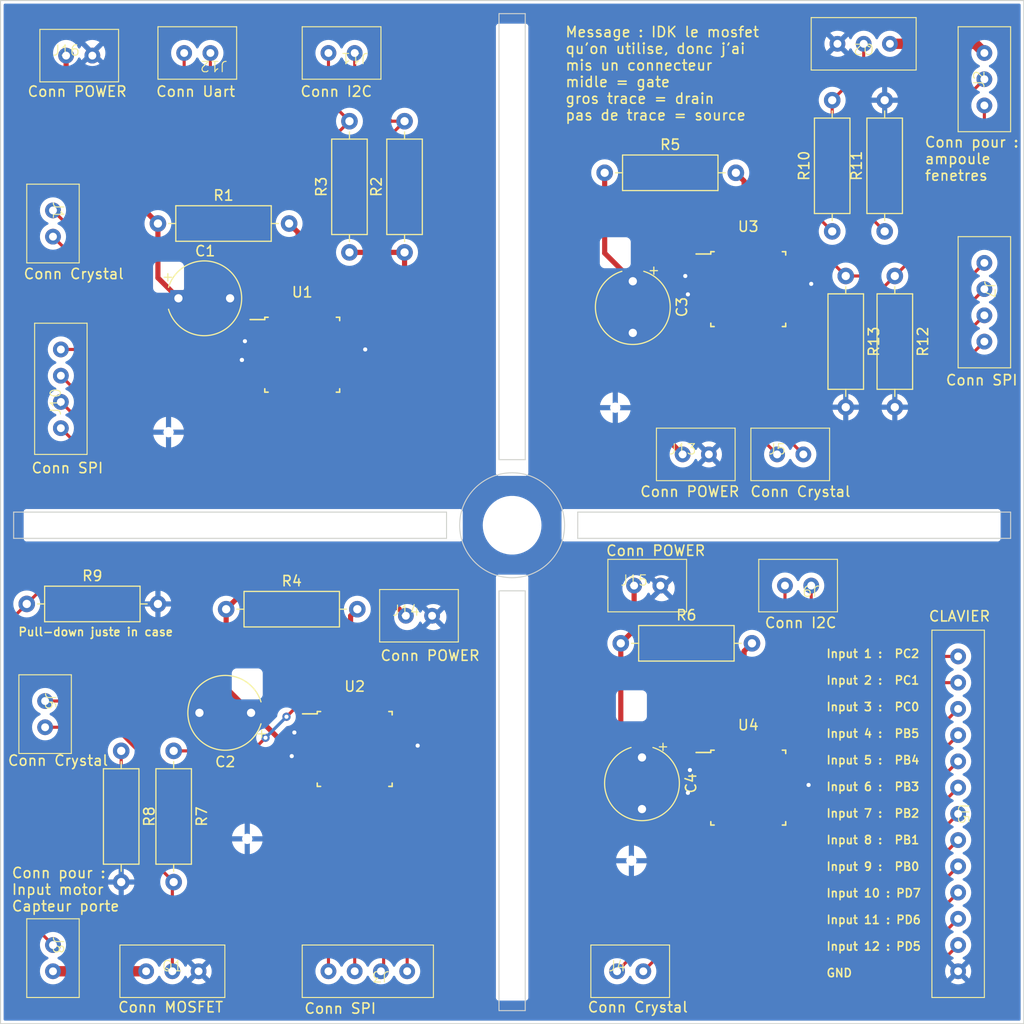
<source format=kicad_pcb>
(kicad_pcb (version 20221018) (generator pcbnew)
  (layers (0 "F.Cu" signal) (31 "B.Cu" power) (34 "B.Paste" user) (35 "F.Paste" user) (36 "B.SilkS" user "B.Silkscreen") (37 "F.SilkS" user "F.Silkscreen") (38 "B.Mask" user) (39 "F.Mask" user) (44 "Edge.Cuts" user))
  (net 0 "")
  (net 1 "GND")
  (net 2 "Net-(J1-Pin_1)")
  (net 3 "Net-(J1-Pin_2)")
  (net 4 "Net-(J2-Pin_1)")
  (net 5 "Net-(J2-Pin_2)")
  (net 6 "Net-(J2-Pin_3)")
  (net 7 "Net-(J3-Pin_1)")
  (net 8 "Net-(J3-Pin_2)")
  (net 9 "Net-(J3-Pin_3)")
  (net 10 "Net-(J3-Pin_4)")
  (net 11 "Net-(J4-Pin_1)")
  (net 12 "Net-(J4-Pin_2)")
  (net 13 "Net-(J5-Pin_1)")
  (net 14 "Net-(J5-Pin_2)")
  (net 15 "Net-(J6-Pin_1)")
  (net 16 "Net-(J6-Pin_2)")
  (net 17 "Net-(J7-Pin_1)")
  (net 18 "Net-(J7-Pin_2)")
  (net 19 "Net-(J7-Pin_3)")
  (net 20 "Net-(J7-Pin_4)")
  (net 21 "Net-(J8-Pin_1)")
  (net 22 "Net-(J8-Pin_2)")
  (net 23 "Net-(J9-Pin_1)")
  (net 24 "Net-(J9-Pin_2)")
  (net 25 "Net-(J10-Pin_1)")
  (net 26 "Net-(J10-Pin_2)")
  (net 27 "Net-(J10-Pin_3)")
  (net 28 "Net-(J10-Pin_4)")
  (net 29 "Net-(J11-Pin_1)")
  (net 30 "Net-(J11-Pin_2)")
  (net 31 "Net-(J12-Pin_1)")
  (net 32 "Net-(J12-Pin_2)")
  (net 33 "Net-(Q1-G)")
  (net 34 "Net-(Q2-G)")
  (net 35 "Net-(U1-PC6{slash}~{RESET})")
  (net 36 "Net-(U2-PC6{slash}~{RESET})")
  (net 37 "Net-(U3-PC6{slash}~{RESET})")
  (net 38 "Net-(U4-PC6{slash}~{RESET})")
  (net 39 "Net-(U2-PD0)")
  (net 40 "Net-(U3-PD0)")
  (net 89 "/clavier/Input_4")
  (net 90 "/clavier/Input_5")
  (net 91 "/clavier/Input_6")
  (net 92 "/clavier/Input_7")
  (net 93 "/clavier/Input_8")
  (net 94 "/clavier/Input_12")
  (net 95 "/clavier/Input_11")
  (net 96 "/clavier/Input_10")
  (net 97 "/clavier/Input_9")
  (net 102 "/clavier/Input_1")
  (net 103 "/clavier/Input_2")
  (net 104 "/clavier/Input_3")
  (net 110 "/+5V")
  (net 111 "/Moteur_capteur/+5V")
  (net 112 "/fenetre_ampoule/+5V")
  (net 113 "/clavier/+5V")
  (footprint "Capacitor_THT:CP_Radial_Tantal_D7.0mm_P5.00mm" (layer "F.Cu") (at 109.347 119.761 180)
    (fp_text reference "C2")
    (fp_text value "100nF")
  )
  (footprint "myLib:Conn1x2" (layer "F.Cu") (at 146.431 107.442)
    (fp_text reference "J15")
    (fp_text value "Conn_power")
  )
  (footprint "Resistor_THT:R_Axial_DIN0309_L9.0mm_D3.2mm_P12.70mm_Horizontal" (layer "F.Cu") (at 124.206 75.184 90)
    (fp_text reference "R2")
    (fp_text value "5k")
  )
  (footprint "Resistor_THT:R_Axial_DIN0309_L9.0mm_D3.2mm_P12.70mm_Horizontal" (layer "F.Cu") (at 143.58 67.4775)
    (fp_text reference "R5")
    (fp_text value "10k")
  )
  (footprint "Resistor_THT:R_Axial_DIN0309_L9.0mm_D3.2mm_P12.70mm_Horizontal" (layer "F.Cu") (at 100.33 72.39)
    (fp_text reference "R1")
    (fp_text value "10k")
  )
  (footprint "myLib:Conn1x2" (layer "F.Cu") (at 119.38 55.88 180)
    (fp_text reference "J11")
    (fp_text value "Conn_I2C")
  )
  (footprint "Resistor_THT:R_Axial_DIN0309_L9.0mm_D3.2mm_P12.70mm_Horizontal" (layer "F.Cu") (at 145.14 113.03)
    (fp_text reference "R6")
    (fp_text value "10k")
  )
  (footprint "myLib:conn_1x4" (layer "F.Cu") (at 121.92 144.78 180)
    (fp_text reference "J3")
    (fp_text value "Conn_SPI")
  )
  (footprint "Resistor_THT:R_Axial_DIN0309_L9.0mm_D3.2mm_P12.70mm_Horizontal" (layer "F.Cu") (at 118.872 75.184 90)
    (fp_text reference "R3")
    (fp_text value "5k")
  )
  (footprint "Resistor_THT:R_Axial_DIN0309_L9.0mm_D3.2mm_P12.70mm_Horizontal" (layer "F.Cu") (at 87.63 109.22)
    (fp_text reference "R9")
    (fp_text value "5k")
  )
  (footprint "Package_QFP:TQFP-32_7x7mm_P0.8mm" (layer "F.Cu") (at 114.3 85.09)
    (fp_text reference "U1")
    (fp_text value "ATmega8A-A")
  )
  (footprint "Capacitor_THT:CP_Radial_Tantal_D7.0mm_P5.00mm" (layer "F.Cu") (at 147.193 124.079 -90)
    (fp_text reference "C4")
    (fp_text value "100nF")
  )
  (footprint "myLib:conn_1x4" (layer "F.Cu") (at 180.34 78.74 -90)
    (fp_text reference "J7")
    (fp_text value "Conn_SPI")
  )
  (footprint "myLib:Conn1x2" (layer "F.Cu") (at 105.41 55.88 180)
    (fp_text reference "J12")
    (fp_text value "Conn_Uart")
  )
  (footprint "myLib:Conn1x3" (layer "F.Cu") (at 180.34 58.42 90)
    (fp_text reference "J2")
    (fp_text value "Conn_01x03")
  )
  (footprint "Resistor_THT:R_Axial_DIN0309_L9.0mm_D3.2mm_P12.70mm_Horizontal" (layer "F.Cu") (at 166.92 77.47 -90)
    (fp_text reference "R13")
    (fp_text value "5k")
  )
  (footprint "Resistor_THT:R_Axial_DIN0309_L9.0mm_D3.2mm_P12.70mm_Horizontal" (layer "F.Cu") (at 170.688 73.152 90)
    (fp_text reference "R11")
    (fp_text value "100k")
  )
  (footprint "myLib:Conn1x2" (layer "F.Cu") (at 160.274 94.742)
    (fp_text reference "J5")
    (fp_text value "Conn_crystal")
  )
  (footprint "myLib:Conn1x2" (layer "F.Cu") (at 144.78 144.78)
    (fp_text reference "J4")
    (fp_text value "Conn_crystal")
  )
  (footprint "myLib:Conn1x2" (layer "F.Cu") (at 151.13 94.742)
    (fp_text reference "J13")
    (fp_text value "Conn_power")
  )
  (footprint "myLib:Conn1x13_clavier" (layer "F.Cu") (at 177.8 129.54 -90)
    (fp_text reference "U5")
    (fp_text value "Clavier")
  )
  (footprint "myLib:Conn1x2" (layer "F.Cu") (at 163.576 107.442 180)
    (fp_text reference "J9")
    (fp_text value "Conn_I2C")
  )
  (footprint "Capacitor_THT:CP_Radial_Tantal_D7.0mm_P5.00mm" (layer "F.Cu") (at 146.304 77.978 -90)
    (fp_text reference "C3")
    (fp_text value "100nF")
  )
  (footprint "Resistor_THT:R_Axial_DIN0309_L9.0mm_D3.2mm_P12.70mm_Horizontal" (layer "F.Cu") (at 106.934 109.728)
    (fp_text reference "R4")
    (fp_text value "10k")
  )
  (footprint "Package_QFP:TQFP-32_7x7mm_P0.8mm" (layer "F.Cu") (at 157.48 127)
    (fp_text reference "U4")
    (fp_text value "ATmega8A-A")
  )
  (footprint "Capacitor_THT:CP_Radial_Tantal_D7.0mm_P5.00mm" (layer "F.Cu") (at 102.315 79.629)
    (fp_text reference "C1")
    (fp_text value "100nF")
  )
  (footprint "myLib:Conn1x3" (layer "F.Cu") (at 101.727 144.78)
    (fp_text reference "Q1")
    (fp_text value "NMOS_pour_porte")
  )
  (footprint "myLib:Conn1x2" (layer "F.Cu") (at 124.333 110.363)
    (fp_text reference "J14")
    (fp_text value "Conn_power")
  )
  (footprint "myLib:Conn1x2" (layer "F.Cu") (at 90.17 71.12 -90)
    (fp_text reference "J1")
    (fp_text value "Conn_crystal")
  )
  (footprint "Resistor_THT:R_Axial_DIN0309_L9.0mm_D3.2mm_P12.70mm_Horizontal" (layer "F.Cu") (at 171.67 77.47 -90)
    (fp_text reference "R12")
    (fp_text value "5k")
  )
  (footprint "Resistor_THT:R_Axial_DIN0309_L9.0mm_D3.2mm_P12.70mm_Horizontal" (layer "F.Cu") (at 101.854 123.444 -90)
    (fp_text reference "R7")
    (fp_text value "1k")
  )
  (footprint "myLib:Conn1x2" (layer "F.Cu") (at 91.44 56.134)
    (fp_text reference "J16")
    (fp_text value "Conn_power")
  )
  (footprint "Package_QFP:TQFP-32_7x7mm_P0.8mm" (layer "F.Cu") (at 119.38 123.26)
    (fp_text reference "U2")
    (fp_text value "ATmega8A-A")
  )
  (footprint "Resistor_THT:R_Axial_DIN0309_L9.0mm_D3.2mm_P12.70mm_Horizontal" (layer "F.Cu") (at 165.608 73.152 90)
    (fp_text reference "R10")
    (fp_text value "1k")
  )
  (footprint "myLib:Conn1x3" (layer "F.Cu") (at 168.656 54.991 180)
    (fp_text reference "Q2")
    (fp_text value "NMOS_pour_ampoule")
  )
  (footprint "Resistor_THT:R_Axial_DIN0309_L9.0mm_D3.2mm_P12.70mm_Horizontal" (layer "F.Cu") (at 96.774 123.444 -90)
    (fp_text reference "R8")
    (fp_text value "100k")
  )
  (footprint "Package_QFP:TQFP-32_7x7mm_P0.8mm" (layer "F.Cu") (at 157.48 78.74)
    (fp_text reference "U3")
    (fp_text value "ATmega8A-A")
  )
  (footprint "myLib:Conn1x2" (layer "F.Cu") (at 90.17 142.24 -90)
    (fp_text reference "J8")
    (fp_text value "Conn_01x02")
  )
  (footprint "myLib:Conn1x2" (layer "F.Cu") (at 89.408 118.618 -90)
    (fp_text reference "J6")
    (fp_text value "Conn_crystal")
  )
  (footprint "myLib:conn_1x4" (layer "F.Cu") (at 90.932 89.662 90)
    (fp_text reference "J10")
    (fp_text value "Conn_SPI")
  )
  (gr_line (start 133.35 95.25) (end 133.35 53.34) (stroke (width 0.1)) (layer "Edge.Cuts"))
  (gr_line (start 182.88 100.33) (end 140.97 100.33) (stroke (width 0.1)) (layer "Edge.Cuts"))
  (gr_rect (start 85.09 50.8) (end 184.15 149.86) (stroke (width 0.1)) (fill none) (layer "Edge.Cuts"))
  (gr_line (start 133.35 52.07) (end 135.89 52.07) (stroke (width 0.1)) (layer "Edge.Cuts"))
  (gr_line (start 140.97 102.87) (end 182.88 102.87) (stroke (width 0.1)) (layer "Edge.Cuts"))
  (gr_line (start 135.89 52.07) (end 135.89 53.34) (stroke (width 0.1)) (layer "Edge.Cuts"))
  (gr_line (start 140.97 100.33) (end 140.97 102.87) (stroke (width 0.1)) (layer "Edge.Cuts"))
  (gr_line (start 133.35 107.95) (end 135.89 107.95) (stroke (width 0.1)) (layer "Edge.Cuts"))
  (gr_line (start 133.35 52.07) (end 133.35 53.34) (stroke (width 0.1)) (layer "Edge.Cuts"))
  (gr_line (start 135.89 95.25) (end 133.35 95.25) (stroke (width 0.1)) (layer "Edge.Cuts"))
  (gr_line (start 86.36 102.87) (end 86.36 100.33) (stroke (width 0.1)) (layer "Edge.Cuts"))
  (gr_line (start 128.27 102.87) (end 86.36 102.87) (stroke (width 0.1)) (layer "Edge.Cuts"))
  (gr_circle (center 134.62 101.6) (end 134.62 96.52) (stroke (width 0.1)) (fill none) (layer "Edge.Cuts"))
  (gr_line (start 182.88 102.87) (end 182.88 100.33) (stroke (width 0.1)) (layer "Edge.Cuts"))
  (gr_line (start 86.36 100.33) (end 128.27 100.33) (stroke (width 0.1)) (layer "Edge.Cuts"))
  (gr_line (start 128.27 100.33) (end 128.27 102.87) (stroke (width 0.1)) (layer "Edge.Cuts"))
  (gr_line (start 135.89 148.59) (end 133.35 148.59) (stroke (width 0.1)) (layer "Edge.Cuts"))
  (gr_line (start 133.35 148.59) (end 133.35 107.95) (stroke (width 0.1)) (layer "Edge.Cuts"))
  (gr_line (start 135.89 53.34) (end 135.89 95.25) (stroke (width 0.1)) (layer "Edge.Cuts"))
  (gr_line (start 135.89 107.95) (end 135.89 148.59) (stroke (width 0.1)) (layer "Edge.Cuts"))
  (gr_text "Conn POWER" (at 87.63 60.198) (layer "F.SilkS") (effects (font (size 1 1)) (justify left bottom)))
  (gr_text "Conn MOSFET" (at 96.393 148.844) (layer "F.SilkS") (effects (font (size 1 1)) (justify left bottom)))
  (gr_text "CLAVIER" (at 174.879 110.998) (layer "F.SilkS") (effects (font (size 1 1)) (justify left bottom)))
  (gr_text "Conn POWER" (at 121.793 114.808) (layer "F.SilkS") (effects (font (size 1 1)) (justify left bottom)))
  (gr_text "Conn Crystal" (at 85.725 124.968) (layer "F.SilkS") (effects (font (size 1 1)) (justify left bottom)))
  (gr_text "Conn SPI" (at 114.427 148.971) (layer "F.SilkS") (effects (font (size 1 1)) (justify left bottom)))
  (gr_text "Conn Crystal" (at 87.249 77.851) (layer "F.SilkS") (effects (font (size 1 1)) (justify left bottom)))
  (gr_text "Message : IDK le mosfet\nqu'on utilise, donc j'ai\nmis un connecteur\nmidle = gate\ngros trace = drain\npas de trace = source" (at 139.7 62.484) (layer "F.SilkS") (effects (font (size 1 1)) (justify left bottom)))
  (gr_text "Conn Crystal" (at 141.859 148.844) (layer "F.SilkS") (effects (font (size 1 1)) (justify left bottom)))
  (gr_text "Conn I2C" (at 114.046 60.198) (layer "F.SilkS") (effects (font (size 1 1)) (justify left bottom)))
  (gr_text "Conn Uart" (at 100.076 60.198) (layer "F.SilkS") (effects (font (size 1 1)) (justify left bottom)))
  (gr_text "Conn POWER" (at 143.637 104.648) (layer "F.SilkS") (effects (font (size 1 1)) (justify left bottom)))
  (gr_text "Conn I2C" (at 159.004 111.633) (layer "F.SilkS") (effects (font (size 1 1)) (justify left bottom)))
  (gr_text "Conn Crystal" (at 157.607 98.933) (layer "F.SilkS") (effects (font (size 1 1)) (justify left bottom)))
  (gr_text "Conn pour :\nInput motor\nCapteur porte" (at 86.106 139.065) (layer "F.SilkS") (effects (font (size 1 1)) (justify left bottom)))
  (gr_text "Conn SPI" (at 88.011 96.647) (layer "F.SilkS") (effects (font (size 1 1)) (justify left bottom)))
  (gr_text "Input 1 :  PC2\n\nInput 2 :  PC1\n\nInput 3 :  PC0\n\nInput 4 :  PB5\n\nInput 5 :  PB4\n\nInput 6 :  PB3\n\nInput 7 :  PB2\n\nInput 8 :  PB1\n\nInput 9 :  PB0\n\nInput 10 : PD7\n\nInput 11 : PD6\n\nInput 12 : PD5\n\nGND" (at 164.973 145.415) (layer "F.SilkS") (effects (font (size 0.8 0.8)) (justify left bottom)))
  (gr_text "Pull-down juste in case" (at 86.741 112.395) (layer "F.SilkS") (effects (font (size 0.8 0.8)) (justify left bottom)))
  (gr_text "Conn pour :\nampoule\nfenetres" (at 174.498 68.326) (layer "F.SilkS") (effects (font (size 1 1)) (justify left bottom)))
  (gr_text "Conn SPI" (at 176.53 88.138) (layer "F.SilkS") (effects (font (size 1 1)) (justify left bottom)))
  (gr_text "Conn POWER" (at 146.939 98.933) (layer "F.SilkS") (effects (font (size 1 1)) (justify left bottom)))
  (segment (start 152.216 125.8) (end 151.831517 125.415517) (width 0.5) (layer "F.Cu") (net 1))
  (segment (start 161.73 126.6) (end 163.176 126.6) (width 0.5) (layer "F.Cu") (net 1))
  (segment (start 123.63 122.86) (end 125.4 122.86) (width 0.5) (layer "F.Cu") (net 1))
  (segment (start 161.73 78.34) (end 163.468 78.34) (width 0.5) (layer "F.Cu") (net 1))
  (segment (start 113.932 122.06) (end 113.538 121.666) (width 0.5) (layer "F.Cu") (net 1))
  (segment (start 115.13 122.06) (end 113.932 122.06) (width 0.5) (layer "F.Cu") (net 1))
  (segment (start 151.746 79.14) (end 151.638 79.248) (width 0.5) (layer "F.Cu") (net 1))
  (segment (start 120.288 84.69) (end 120.396 84.582) (width 0.5) (layer "F.Cu") (net 1))
  (segment (start 108.782 83.89) (end 108.712 83.82) (width 0.5) (layer "F.Cu") (net 1))
  (segment (start 151.831517 125.415517) (end 151.831517 125.300142) (width 0.5) (layer "F.Cu") (net 1))
  (segment (start 115.13 123.66) (end 113.576 123.66) (width 0.5) (layer "F.Cu") (net 1))
  (segment (start 153.23 127.4) (end 151.746 127.4) (width 0.5) (layer "F.Cu") (net 1))
  (segment (start 153.23 79.14) (end 151.746 79.14) (width 0.5) (layer "F.Cu") (net 1))
  (segment (start 153.23 125.8) (end 152.216 125.8) (width 0.5) (layer "F.Cu") (net 1))
  (segment (start 110.05 85.49) (end 108.566 85.49) (width 0.5) (layer "F.Cu") (net 1))
  (segment (start 125.4 122.86) (end 125.476 122.936) (width 0.5) (layer "F.Cu") (net 1))
  (segment (start 153.23 77.54) (end 151.454 77.54) (width 0.5) (layer "F.Cu") (net 1))
  (segment (start 108.712 83.82) (end 108.750438 83.781562) (width 0.5) (layer "F.Cu") (net 1))
  (segment (start 151.746 127.4) (end 151.638 127.508) (width 0.5) (layer "F.Cu") (net 1))
  (segment (start 113.576 123.66) (end 113.284 123.952) (width 0.5) (layer "F.Cu") (net 1))
  (segment (start 163.176 126.6) (end 163.322 126.746) (width 0.5) (layer "F.Cu") (net 1))
  (segment (start 108.566 85.49) (end 108.458 85.598) (width 0.5) (layer "F.Cu") (net 1))
  (segment (start 118.55 84.69) (end 120.288 84.69) (width 0.5) (layer "F.Cu") (net 1))
  (segment (start 151.454 77.54) (end 151.384 77.47) (width 0.5) (layer "F.Cu") (net 1))
  (segment (start 163.468 78.34) (end 163.576 78.232) (width 0.5) (layer "F.Cu") (net 1))
  (segment (start 110.05 83.89) (end 108.782 83.89) (width 0.5) (layer "F.Cu") (net 1))
  (via (at 151.638 79.248) (size 0.8) (drill 0.4) (layers "F.Cu" "B.Cu") (net 1))
  (via (at 163.322 126.746) (size 0.8) (drill 0.4) (layers "F.Cu" "B.Cu") (net 1))
  (via (at 151.638 127.508) (size 0.8) (drill 0.4) (layers "F.Cu" "B.Cu") (net 1))
  (via (at 108.458 85.598) (size 0.8) (drill 0.4) (layers "F.Cu" "B.Cu") (net 1))
  (via (at 151.384 77.47) (size 0.8) (drill 0.4) (layers "F.Cu" "B.Cu") (net 1))
  (via (at 108.458 85.598) (size 0.8) (drill 0.4) (layers "F.Cu" "B.Cu") (net 1))
  (via (at 108.750438 83.781562) (size 0.8) (drill 0.4) (layers "F.Cu" "B.Cu") (net 1))
  (via (at 163.576 78.232) (size 0.8) (drill 0.4) (layers "F.Cu" "B.Cu") (net 1))
  (via (at 125.476 122.936) (size 0.8) (drill 0.4) (layers "F.Cu" "B.Cu") (net 1))
  (via (at 113.284 123.952) (size 0.8) (drill 0.4) (layers "F.Cu" "B.Cu") (net 1))
  (via (at 151.831517 125.300142) (size 0.8) (drill 0.4) (layers "F.Cu" "B.Cu") (net 1))
  (via (at 120.396 84.582) (size 0.8) (drill 0.4) (layers "F.Cu" "B.Cu") (net 1))
  (via (at 113.538 121.666) (size 0.8) (drill 0.4) (layers "F.Cu" "B.Cu") (net 1))
  (segment (start 90.17 71.12) (end 106.14 87.09) (width 0.3) (layer "F.Cu") (net 2))
  (segment (start 106.14 87.09) (end 110.05 87.09) (width 0.3) (layer "F.Cu") (net 2))
  (segment (start 104.4 87.89) (end 110.05 87.89) (width 0.3) (layer "F.Cu") (net 3))
  (segment (start 90.17 73.66) (end 104.4 87.89) (width 0.3) (layer "F.Cu") (net 3))
  (segment (start 166.37 79.502) (end 169.638 79.502) (width 0.3) (layer "F.Cu") (net 4))
  (segment (start 180.34 68.8) (end 171.67 77.47) (width 0.3) (layer "F.Cu") (net 4))
  (segment (start 169.638 79.502) (end 171.67 77.47) (width 0.3) (layer "F.Cu") (net 4))
  (segment (start 163.608 76.74) (end 166.37 79.502) (width 0.3) (layer "F.Cu") (net 4))
  (segment (start 161.73 76.74) (end 163.608 76.74) (width 0.3) (layer "F.Cu") (net 4))
  (segment (start 180.34 60.96) (end 180.34 68.8) (width 0.3) (layer "F.Cu") (net 4))
  (segment (start 161.73 75.94) (end 165.39 75.94) (width 0.3) (layer "F.Cu") (net 5))
  (segment (start 165.39 75.94) (end 166.92 77.47) (width 0.3) (layer "F.Cu") (net 5))
  (segment (start 176.53 62.23) (end 176.53 69.85) (width 0.3) (layer "F.Cu") (net 5))
  (segment (start 176.53 69.85) (end 168.91 77.47) (width 0.3) (layer "F.Cu") (net 5))
  (segment (start 168.91 77.47) (end 166.92 77.47) (width 0.3) (layer "F.Cu") (net 5))
  (segment (start 180.34 58.42) (end 176.53 62.23) (width 0.3) (layer "F.Cu") (net 5))
  (segment (start 171.196 54.991) (end 179.451 54.991) (width 1) (layer "F.Cu") (net 6))
  (segment (start 179.451 54.991) (end 180.34 55.88) (width 1) (layer "F.Cu") (net 6))
  (segment (start 120.58 132.404) (end 120.58 127.51) (width 0.3) (layer "F.Cu") (net 7))
  (segment (start 116.84 136.144) (end 120.58 132.404) (width 0.3) (layer "F.Cu") (net 7))
  (segment (start 116.84 144.78) (end 116.84 136.144) (width 0.3) (layer "F.Cu") (net 7))
  (segment (start 119.38 136.144) (end 121.38 134.144) (width 0.3) (layer "F.Cu") (net 8))
  (segment (start 119.38 144.78) (end 119.38 136.144) (width 0.3) (layer "F.Cu") (net 8))
  (segment (start 121.38 134.144) (end 121.38 127.51) (width 0.3) (layer "F.Cu") (net 8))
  (segment (start 122.18 144.52) (end 122.18 127.51) (width 0.3) (layer "F.Cu") (net 9))
  (segment (start 121.92 144.78) (end 122.18 144.52) (width 0.3) (layer "F.Cu") (net 9))
  (segment (start 124.46 126.89) (end 123.63 126.06) (width 0.3) (layer "F.Cu") (net 10))
  (segment (start 124.46 144.78) (end 124.46 126.89) (width 0.3) (layer "F.Cu") (net 10))
  (segment (start 149.606 130.556) (end 151.162 129) (width 0.3) (layer "F.Cu") (net 11))
  (segment (start 149.606 139.954) (end 149.606 130.556) (width 0.3) (layer "F.Cu") (net 11))
  (segment (start 151.162 129) (end 153.23 129) (width 0.3) (layer "F.Cu") (net 11))
  (segment (start 144.78 144.78) (end 149.606 139.954) (width 0.3) (layer "F.Cu") (net 11))
  (segment (start 150.876 130.81) (end 151.886 129.8) (width 0.3) (layer "F.Cu") (net 12))
  (segment (start 150.876 141.224) (end 150.876 130.81) (width 0.3) (layer "F.Cu") (net 12))
  (segment (start 151.886 129.8) (end 153.23 129.8) (width 0.3) (layer "F.Cu") (net 12))
  (segment (start 147.32 144.78) (end 150.876 141.224) (width 0.3) (layer "F.Cu") (net 12))
  (segment (start 152.255 80.74) (end 153.23 80.74) (width 0.3) (layer "F.Cu") (net 13))
  (segment (start 160.274 94.742) (end 150.876 85.344) (width 0.3) (layer "F.Cu") (net 13))
  (segment (start 150.876 82.119) (end 152.255 80.74) (width 0.3) (layer "F.Cu") (net 13))
  (segment (start 150.876 85.344) (end 150.876 82.119) (width 0.3) (layer "F.Cu") (net 13))
  (segment (start 162.814 94.742) (end 153.23 85.158) (width 0.3) (layer "F.Cu") (net 14))
  (segment (start 153.23 85.158) (end 153.23 81.54) (width 0.3) (layer "F.Cu") (net 14))
  (segment (start 100.076 123.698) (end 101.638 125.26) (width 0.3) (layer "F.Cu") (net 15))
  (segment (start 101.638 125.26) (end 115.13 125.26) (width 0.3) (layer "F.Cu") (net 15))
  (segment (start 100.076 121.92) (end 100.076 123.698) (width 0.3) (layer "F.Cu") (net 15))
  (segment (start 96.774 118.618) (end 100.076 121.92) (width 0.3) (layer "F.Cu") (net 15))
  (segment (start 89.408 118.618) (end 96.774 118.618) (width 0.3) (layer "F.Cu") (net 15))
  (segment (start 96.114346 121.158) (end 101.016346 126.06) (width 0.3) (layer "F.Cu") (net 16))
  (segment (start 101.016346 126.06) (end 115.13 126.06) (width 0.3) (layer "F.Cu") (net 16))
  (segment (start 89.408 121.158) (end 96.114346 121.158) (width 0.3) (layer "F.Cu") (net 16))
  (segment (start 161.29 87.376) (end 158.68 84.766) (width 0.3) (layer "F.Cu") (net 17))
  (segment (start 176.784 87.376) (end 161.29 87.376) (width 0.3) (layer "F.Cu") (net 17))
  (segment (start 158.68 84.766) (end 158.68 82.99) (width 0.3) (layer "F.Cu") (net 17))
  (segment (start 180.34 83.82) (end 176.784 87.376) (width 0.3) (layer "F.Cu") (net 17))
  (segment (start 159.48 84.09) (end 159.48 82.99) (width 0.3) (layer "F.Cu") (net 18))
  (segment (start 161.75 86.36) (end 159.48 84.09) (width 0.3) (layer "F.Cu") (net 18))
  (segment (start 180.34 81.28) (end 175.26 86.36) (width 0.3) (layer "F.Cu") (net 18))
  (segment (start 175.26 86.36) (end 161.75 86.36) (width 0.3) (layer "F.Cu") (net 18))
  (segment (start 162.38 85.09) (end 160.28 82.99) (width 0.3) (layer "F.Cu") (net 19))
  (segment (start 173.99 85.09) (end 162.38 85.09) (width 0.3) (layer "F.Cu") (net 19))
  (segment (start 180.34 78.74) (end 173.99 85.09) (width 0.3) (layer "F.Cu") (net 19))
  (segment (start 180.34 76.2) (end 172.72 83.82) (width 0.3) (layer "F.Cu") (net 20))
  (segment (start 172.72 83.82) (end 164.01 83.82) (width 0.3) (layer "F.Cu") (net 20))
  (segment (start 164.01 83.82) (end 161.73 81.54) (width 0.3) (layer "F.Cu") (net 20))
  (segment (start 90.932 105.918) (end 87.63 109.22) (width 0.3) (layer "F.Cu") (net 21))
  (segment (start 87.63 109.22) (end 86.487 110.363) (width 0.3) (layer "F.Cu") (net 21))
  (segment (start 129.54 116.45) (end 129.54 109.22) (width 0.3) (layer "F.Cu") (net 21))
  (segment (start 86.487 110.363) (end 86.487 138.557) (width 0.3) (layer "F.Cu") (net 21))
  (segment (start 124.73 121.26) (end 129.54 116.45) (width 0.3) (layer "F.Cu") (net 21))
  (segment (start 126.238 105.918) (end 90.932 105.918) (width 0.3) (layer "F.Cu") (net 21))
  (segment (start 123.63 121.26) (end 124.73 121.26) (width 0.3) (layer "F.Cu") (net 21))
  (segment (start 129.54 109.22) (end 126.238 105.918) (width 0.3) (layer "F.Cu") (net 21))
  (segment (start 86.487 138.557) (end 90.17 142.24) (width 0.3) (layer "F.Cu") (net 21))
  (segment (start 90.17 144.78) (end 99.187 144.78) (width 1) (layer "F.Cu") (net 22))
  (segment (start 163.576 107.442) (end 163.576 112.776) (width 0.3) (layer "F.Cu") (net 23))
  (segment (start 158.68 117.672) (end 158.68 122.75) (width 0.3) (layer "F.Cu") (net 23))
  (segment (start 163.576 112.776) (end 158.68 117.672) (width 0.3) (layer "F.Cu") (net 23))
  (segment (start 161.036 107.442) (end 161.036 113.792) (width 0.3) (layer "F.Cu") (net 24))
  (segment (start 161.036 113.792) (end 157.88 116.948) (width 0.3) (layer "F.Cu") (net 24))
  (segment (start 157.88 116.948) (end 157.88 122.75) (width 0.3) (layer "F.Cu") (net 24))
  (segment (start 113.484 92.456) (end 115.5 90.44) (width 0.3) (layer "F.Cu") (net 25))
  (segment (start 90.932 84.582) (end 98.298 84.582) (width 0.3) (layer "F.Cu") (net 25))
  (segment (start 106.172 92.456) (end 113.484 92.456) (width 0.3) (layer "F.Cu") (net 25))
  (segment (start 98.298 84.582) (end 106.172 92.456) (width 0.3) (layer "F.Cu") (net 25))
  (segment (start 115.5 90.44) (end 115.5 89.34) (width 0.3) (layer "F.Cu") (net 25))
  (segment (start 116.3 91.218) (end 116.3 89.34) (width 0.3) (layer "F.Cu") (net 26))
  (segment (start 113.284 94.234) (end 116.3 91.218) (width 0.3) (layer "F.Cu") (net 26))
  (segment (start 98.044 94.234) (end 113.284 94.234) (width 0.3) (layer "F.Cu") (net 26))
  (segment (start 90.932 87.122) (end 98.044 94.234) (width 0.3) (layer "F.Cu") (net 26))
  (segment (start 117.1 92.704) (end 117.1 89.34) (width 0.3) (layer "F.Cu") (net 27))
  (segment (start 90.932 89.662) (end 97.282 96.012) (width 0.3) (layer "F.Cu") (net 27))
  (segment (start 113.792 96.012) (end 117.1 92.704) (width 0.3) (layer "F.Cu") (net 27))
  (segment (start 97.282 96.012) (end 113.792 96.012) (width 0.3) (layer "F.Cu") (net 27))
  (segment (start 90.932 92.202) (end 96.266 97.536) (width 0.3) (layer "F.Cu") (net 28))
  (segment (start 96.266 97.536) (end 114.554 97.536) (width 0.3) (layer "F.Cu") (net 28))
  (segment (start 114.554 97.536) (end 118.55 93.54) (width 0.3) (layer "F.Cu") (net 28))
  (segment (start 118.55 93.54) (end 118.55 87.89) (width 0.3) (layer "F.Cu") (net 28))
  (segment (start 124.206 62.484) (end 115.5 71.19) (width 0.3) (layer "F.Cu") (net 29))
  (segment (start 122.936 62.484) (end 124.206 62.484) (width 0.3) (layer "F.Cu") (net 29))
  (segment (start 119.38 55.88) (end 119.38 58.928) (width 0.3) (layer "F.Cu") (net 29))
  (segment (start 115.5 71.19) (end 115.5 80.84) (width 0.3) (layer "F.Cu") (net 29))
  (segment (start 119.38 58.928) (end 122.936 62.484) (width 0.3) (layer "F.Cu") (net 29))
  (segment (start 114.7 66.656) (end 114.7 80.84) (width 0.3) (layer "F.Cu") (net 30))
  (segment (start 118.872 62.484) (end 114.7 66.656) (width 0.3) (layer "F.Cu") (net 30))
  (segment (start 116.84 60.452) (end 118.872 62.484) (width 0.3) (layer "F.Cu") (net 30))
  (segment (start 116.84 55.88) (end 116.84 60.452) (width 0.3) (layer "F.Cu") (net 30))
  (segment (start 105.41 55.88) (end 105.41 70.104) (width 0.3) (layer "F.Cu") (net 31))
  (segment (start 113.1 77.794) (end 113.1 80.84) (width 0.3) (layer "F.Cu") (net 31))
  (segment (start 105.41 70.104) (end 113.1 77.794) (width 0.3) (layer "F.Cu") (net 31))
  (segment (start 112.3 78.772) (end 112.3 80.84) (width 0.3) (layer "F.Cu") (net 32))
  (segment (start 102.87 55.88) (end 102.87 69.342) (width 0.3) (layer "F.Cu") (net 32))
  (segment (start 102.87 69.342) (end 112.3 78.772) (width 0.3) (layer "F.Cu") (net 32))
  (segment (start 96.774 131.064) (end 101.854 136.144) (width 0.3) (layer "F.Cu") (net 33))
  (segment (start 101.727 144.78) (end 101.727 136.271) (width 0.3) (layer "F.Cu") (net 33))
  (segment (start 101.727 136.271) (end 101.854 136.144) (width 0.3) (layer "F.Cu") (net 33))
  (segment (start 96.774 123.444) (end 96.774 131.064) (width 0.3) (layer "F.Cu") (net 33))
  (segment (start 168.656 54.991) (end 168.656 57.404) (width 0.3) (layer "F.Cu") (net 34))
  (segment (start 165.608 60.452) (end 165.608 68.072) (width 0.3) (layer "F.Cu") (net 34))
  (segment (start 165.608 68.072) (end 170.688 73.152) (width 0.3) (layer "F.Cu") (net 34))
  (segment (start 168.656 57.404) (end 165.608 60.452) (width 0.3) (layer "F.Cu") (net 34))
  (segment (start 113.03 72.39) (end 113.9 73.26) (width 0.5) (layer "F.Cu") (net 35))
  (segment (start 113.9 73.26) (end 113.9 80.84) (width 0.5) (layer "F.Cu") (net 35))
  (segment (start 118.98 110.382) (end 118.98 119.01) (width 0.5) (layer "F.Cu") (net 36))
  (segment (start 119.634 109.728) (end 118.98 110.382) (width 0.5) (layer "F.Cu") (net 36))
  (segment (start 157.08 68.2775) (end 157.08 74.49) (width 0.5) (layer "F.Cu") (net 37))
  (segment (start 156.28 67.4775) (end 157.08 68.2775) (width 0.5) (layer "F.Cu") (net 37))
  (segment (start 157.84 113.03) (end 157.08 113.79) (width 0.5) (layer "F.Cu") (net 38))
  (segment (start 157.08 113.79) (end 157.08 122.75) (width 0.5) (layer "F.Cu") (net 38))
  (segment (start 101.854 123.444) (end 109.474 123.444) (width 0.3) (layer "F.Cu") (net 39))
  (segment (start 112.776 120.142) (end 115.824 117.094) (width 0.3) (layer "F.Cu") (net 39))
  (segment (start 118.18 117.926) (end 118.18 119.01) (width 0.3) (layer "F.Cu") (net 39))
  (segment (start 109.474 123.444) (end 110.744 122.174) (width 0.3) (layer "F.Cu") (net 39))
  (segment (start 117.348 117.094) (end 118.18 117.926) (width 0.3) (layer "F.Cu") (net 39))
  (segment (start 115.824 117.094) (end 117.348 117.094) (width 0.3) (layer "F.Cu") (net 39))
  (via (at 110.744 122.174) (size 0.8) (drill 0.4) (layers "F.Cu" "B.Cu") (net 39))
  (via (at 112.776 120.142) (size 0.8) (drill 0.4) (layers "F.Cu" "B.Cu") (net 39))
  (segment (start 110.744 122.174) (end 112.776 120.142) (width 0.3) (layer "B.Cu") (net 39))
  (segment (start 153.416 67.056) (end 155.448 65.024) (width 0.3) (layer "F.Cu") (net 40))
  (segment (start 157.48 65.024) (end 165.608 73.152) (width 0.3) (layer "F.Cu") (net 40))
  (segment (start 156.28 74.49) (end 156.28 71.19) (width 0.3) (layer "F.Cu") (net 40))
  (segment (start 155.448 65.024) (end 157.48 65.024) (width 0.3) (layer "F.Cu") (net 40))
  (segment (start 156.28 71.19) (end 153.416 68.326) (width 0.3) (layer "F.Cu") (net 40))
  (segment (start 153.416 68.326) (end 153.416 67.056) (width 0.3) (layer "F.Cu") (net 40))
  (segment (start 177.8 121.92) (end 169.92 129.8) (width 0.3) (layer "F.Cu") (net 89))
  (segment (start 169.92 129.8) (end 161.73 129.8) (width 0.3) (layer "F.Cu") (net 89))
  (segment (start 171.01 131.25) (end 160.28 131.25) (width 0.3) (layer "F.Cu") (net 90))
  (segment (start 177.8 124.46) (end 171.01 131.25) (width 0.3) (layer "F.Cu") (net 90))
  (segment (start 170.688 134.112) (end 161.242 134.112) (width 0.3) (layer "F.Cu") (net 91))
  (segment (start 161.242 134.112) (end 159.48 132.35) (width 0.3) (layer "F.Cu") (net 91))
  (segment (start 177.8 127) (end 170.688 134.112) (width 0.3) (layer "F.Cu") (net 91))
  (segment (start 159.48 132.35) (end 159.48 131.25) (width 0.3) (layer "F.Cu") (net 91))
  (segment (start 171.704 135.636) (end 160.528 135.636) (width 0.3) (layer "F.Cu") (net 92))
  (segment (start 160.528 135.636) (end 158.68 133.788) (width 0.3) (layer "F.Cu") (net 92))
  (segment (start 158.68 133.788) (end 158.68 131.25) (width 0.3) (layer "F.Cu") (net 92))
  (segment (start 177.8 129.54) (end 171.704 135.636) (width 0.3) (layer "F.Cu") (net 92))
  (segment (start 171.958 137.922) (end 160.528 137.922) (width 0.3) (layer "F.Cu") (net 93))
  (segment (start 157.88 135.274) (end 157.88 131.25) (width 0.3) (layer "F.Cu") (net 93))
  (segment (start 177.8 132.08) (end 171.958 137.922) (width 0.3) (layer "F.Cu") (net 93))
  (segment (start 160.528 137.922) (end 157.88 135.274) (width 0.3) (layer "F.Cu") (net 93))
  (segment (start 177.8 142.24) (end 173.736 146.304) (width 0.3) (layer "F.Cu") (net 94))
  (segment (start 160.528 146.304) (end 154.68 140.456) (width 0.3) (layer "F.Cu") (net 94))
  (segment (start 173.736 146.304) (end 160.528 146.304) (width 0.3) (layer "F.Cu") (net 94))
  (segment (start 154.68 140.456) (end 154.68 131.25) (width 0.3) (layer "F.Cu") (net 94))
  (segment (start 177.8 139.7) (end 173.228 144.272) (width 0.3) (layer "F.Cu") (net 95))
  (segment (start 155.48 139.224) (end 155.48 131.25) (width 0.3) (layer "F.Cu") (net 95))
  (segment (start 160.528 144.272) (end 155.48 139.224) (width 0.3) (layer "F.Cu") (net 95))
  (segment (start 173.228 144.272) (end 160.528 144.272) (width 0.3) (layer "F.Cu") (net 95))
  (segment (start 160.528 142.24) (end 156.28 137.992) (width 0.3) (layer "F.Cu") (net 96))
  (segment (start 177.8 137.16) (end 172.72 142.24) (width 0.3) (layer "F.Cu") (net 96))
  (segment (start 172.72 142.24) (end 160.528 142.24) (width 0.3) (layer "F.Cu") (net 96))
  (segment (start 156.28 137.992) (end 156.28 131.25) (width 0.3) (layer "F.Cu") (net 96))
  (segment (start 177.8 134.62) (end 172.212 140.208) (width 0.3) (layer "F.Cu") (net 97))
  (segment (start 160.528 140.208) (end 157.08 136.76) (width 0.3) (layer "F.Cu") (net 97))
  (segment (start 157.08 136.76) (end 157.08 131.25) (width 0.3) (layer "F.Cu") (net 97))
  (segment (start 172.212 140.208) (end 160.528 140.208) (width 0.3) (layer "F.Cu") (net 97))
  (segment (start 177.8 114.3) (end 168.73 114.3) (width 0.3) (layer "F.Cu") (net 102))
  (segment (start 168.73 114.3) (end 160.28 122.75) (width 0.3) (layer "F.Cu") (net 102))
  (segment (start 177.8 116.84) (end 169.09 116.84) (width 0.3) (layer "F.Cu") (net 103))
  (segment (start 169.09 116.84) (end 161.73 124.2) (width 0.3) (layer "F.Cu") (net 103))
  (segment (start 172.18 125) (end 161.73 125) (width 0.3) (layer "F.Cu") (net 104))
  (segment (start 177.8 119.38) (end 172.18 125) (width 0.3) (layer "F.Cu") (net 104))
  (segment (start 103.3965 79.629) (end 108.4575 84.69) (width 0.5) (layer "F.Cu") (net 110))
  (segment (start 112.825 86.29) (end 113.4705 86.9355) (width 0.5) (layer "F.Cu") (net 110))
  (segment (start 113.4705 86.9355) (end 111.225 84.69) (width 0.5) (layer "F.Cu") (net 110))
  (segment (start 119.85 87.09) (end 118.55 87.09) (width 0.5) (layer "F.Cu") (net 110))
  (segment (start 118.872 75.184) (end 124.206 75.184) (width 0.5) (layer "F.Cu") (net 110))
  (segment (start 100.33 72.39) (end 100.33 77.644) (width 0.5) (layer "F.Cu") (net 110))
  (segment (start 91.44 56.134) (end 91.44 63.5) (width 0.5) (layer "F.Cu") (net 110))
  (segment (start 110.05 86.29) (end 112.825 86.29) (width 0.5) (layer "F.Cu") (net 110))
  (segment (start 124.206 75.184) (end 124.206 82.734) (width 0.5) (layer "F.Cu") (net 110))
  (segment (start 102.315 79.629) (end 103.3965 79.629) (width 0.5) (layer "F.Cu") (net 110))
  (segment (start 124.206 82.734) (end 119.85 87.09) (width 0.5) (layer "F.Cu") (net 110))
  (segment (start 108.4575 84.69) (end 110.05 84.69) (width 0.5) (layer "F.Cu") (net 110))
  (segment (start 111.225 84.69) (end 110.05 84.69) (width 0.5) (layer "F.Cu") (net 110))
  (segment (start 118.55 87.09) (end 113.625 87.09) (width 0.5) (layer "F.Cu") (net 110))
  (segment (start 91.44 63.5) (end 100.33 72.39) (width 0.5) (layer "F.Cu") (net 110))
  (segment (start 100.33 77.644) (end 102.315 79.629) (width 0.5) (layer "F.Cu") (net 110))
  (segment (start 113.625 87.09) (end 113.4705 86.9355) (width 0.5) (layer "F.Cu") (net 110))
  (segment (start 124.333 110.363) (end 120.904 106.934) (width 0.5) (layer "F.Cu") (net 111))
  (segment (start 120.904 106.934) (end 109.728 106.934) (width 0.5) (layer "F.Cu") (net 111))
  (segment (start 115.13 122.86) (end 118.98 122.86) (width 0.5) (layer "F.Cu") (net 111))
  (segment (start 115.13 124.46) (end 119.634 124.46) (width 0.5) (layer "F.Cu") (net 111))
  (segment (start 106.934 117.348) (end 109.347 119.761) (width 0.5) (layer "F.Cu") (net 111))
  (segment (start 121.38 125.26) (end 123.63 125.26) (width 0.5) (layer "F.Cu") (net 111))
  (segment (start 109.347 119.761) (end 109.533082 119.761) (width 0.5) (layer "F.Cu") (net 111))
  (segment (start 120.107 123.987) (end 121.38 125.26) (width 0.5) (layer "F.Cu") (net 111))
  (segment (start 106.934 109.728) (end 106.934 117.348) (width 0.5) (layer "F.Cu") (net 111))
  (segment (start 109.533082 119.761) (end 112.632082 122.86) (width 0.5) (layer "F.Cu") (net 111))
  (segment (start 109.728 106.934) (end 106.934 109.728) (width 0.5) (layer "F.Cu") (net 111))
  (segment (start 118.98 122.86) (end 120.107 123.987) (width 0.5) (layer "F.Cu") (net 111))
  (segment (start 112.632082 122.86) (end 115.13 122.86) (width 0.5) (layer "F.Cu") (net 111))
  (segment (start 119.634 124.46) (end 120.107 123.987) (width 0.5) (layer "F.Cu") (net 111))
  (segment (start 148.971 80.645) (end 148.971 92.583) (width 0.5) (layer "F.Cu") (net 112))
  (segment (start 157.08 78.34) (end 153.23 78.34) (width 0.5) (layer "F.Cu") (net 112))
  (segment (start 159.48 80.74) (end 158.68 79.94) (width 0.5) (layer "F.Cu") (net 112))
  (segment (start 158.68 79.94) (end 157.08 78.34) (width 0.5) (layer "F.Cu") (net 112))
  (segment (start 158.68 79.94) (end 153.23 79.94) (width 0.5) (layer "F.Cu") (net 112))
  (segment (start 148.971 92.583) (end 151.13 94.742) (width 0.5) (layer "F.Cu") (net 112))
  (segment (start 143.58 75.254) (end 146.304 77.978) (width 0.5) (layer "F.Cu") (net 112))
  (segment (start 143.58 67.4775) (end 143.58 75.254) (width 0.5) (layer "F.Cu") (net 112))
  (segment (start 161.73 80.74) (end 159.48 80.74) (width 0.5) (layer "F.Cu") (net 112))
  (segment (start 146.304 77.978) (end 148.971 80.645) (width 0.5) (layer "F.Cu") (net 112))
  (segment (start 146.666 78.34) (end 153.23 78.34) (width 0.5) (layer "F.Cu") (net 112))
  (segment (start 146.304 77.978) (end 146.666 78.34) (width 0.5) (layer "F.Cu") (net 112))
  (segment (start 147.193 124.079) (end 149.714 126.6) (width 0.5) (layer "F.Cu") (net 113))
  (segment (start 145.14 122.026) (end 147.193 124.079) (width 0.5) (layer "F.Cu") (net 113))
  (segment (start 157.08 126.6) (end 153.23 126.6) (width 0.5) (layer "F.Cu") (net 113))
  (segment (start 158.68 128.2) (end 157.08 126.6) (width 0.5) (layer "F.Cu") (net 113))
  (segment (start 146.431 107.442) (end 146.431 111.739) (width 0.5) (layer "F.Cu") (net 113))
  (segment (start 149.714 126.6) (end 153.23 126.6) (width 0.5) (layer "F.Cu") (net 113))
  (segment (start 159.48 129) (end 161.73 129) (width 0.5) (layer "F.Cu") (net 113))
  (segment (start 153.23 128.2) (end 158.68 128.2) (width 0.5) (layer "F.Cu") (net 113))
  (segment (start 145.14 113.03) (end 145.14 122.026) (width 0.5) (layer "F.Cu") (net 113))
  (segment (start 158.68 128.2) (end 159.48 129) (width 0.5) (layer "F.Cu") (net 113))
  (segment (start 146.431 111.739) (end 145.14 113.03) (width 0.5) (layer "F.Cu") (net 113))
  (zone (net 1) (net_name "GND") (layer "B.Cu") (connect_pads (clearance 0.5)) (min_thickness 0.25) (fill yes (thermal_gap 0.5) (thermal_bridge_width 0.5))
    (polygon (pts (xy 85.09 50.8) (xy 85.09 149.86) (xy 184.15 149.86) (xy 184.15 50.8)))
  )
)
</source>
